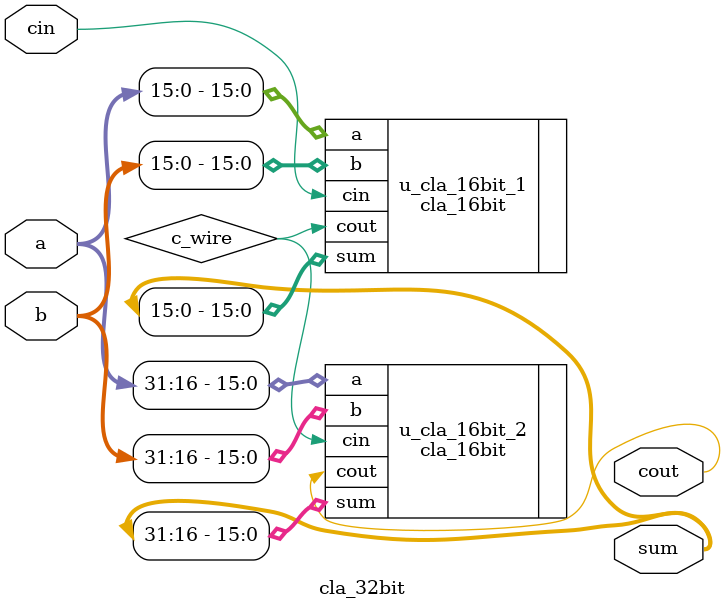
<source format=v>
module cla_32bit(
    input   [31:0]  a,
    input   [31:0]  b,
    input           cin,

    output  [31:0]  sum,
    output          cout
);

wire    c_wire;

cla_16bit u_cla_16bit_1(
    .a      (a[15:0]),
    .b      (b[15:0]),
    .cin    (cin),
    .sum    (sum[15:0]),
    .cout   (c_wire)
);

cla_16bit u_cla_16bit_2(
    .a      (a[31:16]),
    .b      (b[31:16]),
    .cin    (c_wire),
    .sum    (sum[31:16]),
    .cout   (cout)
);

endmodule

</source>
